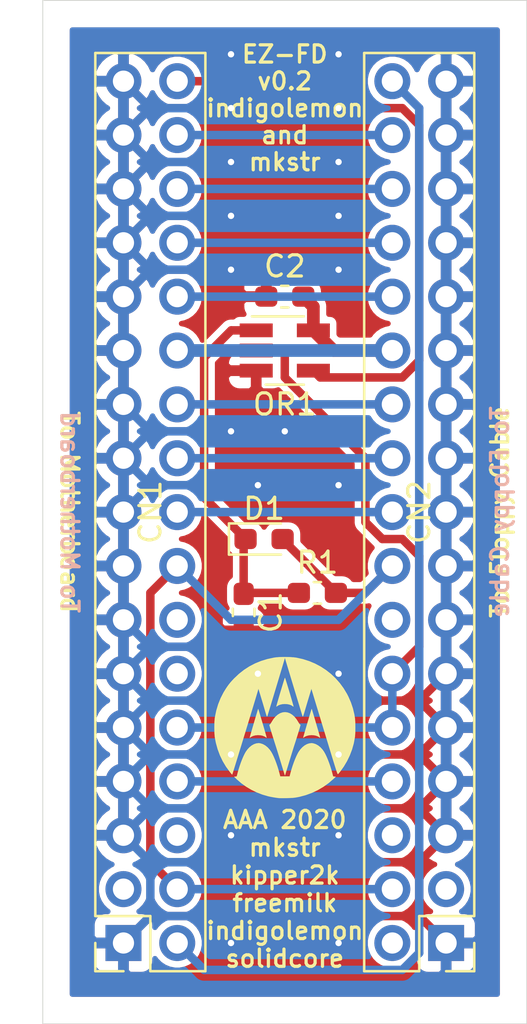
<source format=kicad_pcb>
(kicad_pcb (version 20211014) (generator pcbnew)
  (layers (0 "F.Cu" signal "Front") (31 "B.Cu" signal "Back") (34 "B.Paste" user) (35 "F.Paste" user) (36 "B.SilkS" user "B.Silkscreen") (37 "F.SilkS" user "F.Silkscreen") (38 "B.Mask" user) (39 "F.Mask" user) (44 "Edge.Cuts" user))
  (net 0 "")
  (net 1 "Net-(C1-Pad1)")
  (net 2 "GND")
  (net 3 "VCC")
  (net 4 "Net-(CN1-Pad34)")
  (net 5 "Net-(CN1-Pad32)")
  (net 6 "Net-(CN1-Pad30)")
  (net 7 "Net-(CN1-Pad28)")
  (net 8 "Net-(CN1-Pad26)")
  (net 9 "Net-(CN1-Pad22)")
  (net 10 "Net-(CN1-Pad20)")
  (net 11 "Net-(CN1-Pad18)")
  (net 12 "Net-(CN1-Pad16)")
  (net 13 "Net-(CN1-Pad14)")
  (net 14 "Net-(CN1-Pad12)")
  (net 15 "Net-(CN1-Pad10)")
  (net 16 "Net-(CN1-Pad8)")
  (net 17 "Net-(CN1-Pad6)")
  (net 18 "Net-(CN1-Pad2)")
  (net 19 "Net-(CN1-Pad3)")
  (net 20 "Net-(CN2-Pad3)")
  (net 21 "Net-(CN2-Pad2)")
  (net 22 "Net-(CN2-Pad6)")
  (net 23 "Net-(CN2-Pad14)")
  (footprint "Capacitor_SMD:C_0603_1608Metric_Pad1.05x0.95mm_HandSolder" (layer "F.Cu") (at 135.89 74.93)
    (fp_text reference "C2" (at 0 -1.43) (layer "F.SilkS"))
    (fp_text value "C100n")
    (fp_line (start -0.171267 -0.51) (end 0.171267 -0.51) (layer "F.SilkS") (width 0.12))
    (fp_line (start -0.171267 0.51) (end 0.171267 0.51) (layer "F.SilkS") (width 0.12))
    (pad "1" smd roundrect locked (at -0.875 0) (size 1.05 0.95) (layers "F.Cu" "F.Paste" "F.Mask") (net 2 "GND"))
    (pad "2" smd roundrect locked (at 0.875 0) (size 1.05 0.95) (layers "F.Cu" "F.Paste" "F.Mask") (net 3 "VCC"))
  )
  (footprint "Connector_PinHeader_2.54mm:PinHeader_2x17_P2.54mm_Vertical" (layer "F.Cu") (at 130.81 105.41 180)
    (fp_text reference "CN1" (at 1.27 20.32 90) (layer "F.SilkS"))
    (fp_text value "Amiga Floppy Port")
    (fp_line (start 3.87 1.27) (end 1.27 1.27) (layer "F.SilkS") (width 0.12))
    (fp_line (start 1.27 -1.33) (end -1.33 -1.33) (layer "F.SilkS") (width 0.12))
    (fp_line (start 1.27 1.27) (end 1.27 -1.33) (layer "F.SilkS") (width 0.12))
    (fp_line (start 3.87 -1.33) (end 2.54 -1.33) (layer "F.SilkS") (width 0.12))
    (fp_line (start 3.87 41.97) (end -1.33 41.97) (layer "F.SilkS") (width 0.12))
    (fp_line (start 3.87 0) (end 3.87 -1.33) (layer "F.SilkS") (width 0.12))
    (fp_line (start 3.87 1.27) (end 3.87 41.97) (layer "F.SilkS") (width 0.12))
    (fp_line (start -1.33 -1.33) (end -1.33 41.97) (layer "F.SilkS") (width 0.12))
    (pad "1" thru_hole rect locked (at 2.54 0 180) (size 1.7 1.7) (drill 1) (layers *.Cu *.Mask) (net 2 "GND"))
    (pad "2" thru_hole oval locked (at 0 0 180) (size 1.7 1.7) (drill 1) (layers *.Cu *.Mask) (net 18 "Net-(CN1-Pad2)"))
    (pad "3" thru_hole oval locked (at 2.54 2.54 180) (size 1.7 1.7) (drill 1) (layers *.Cu *.Mask) (net 19 "Net-(CN1-Pad3)"))
    (pad "4" thru_hole oval locked (at 0 2.54 180) (size 1.7 1.7) (drill 1) (layers *.Cu *.Mask) (net 12 "Net-(CN1-Pad16)"))
    (pad "5" thru_hole oval locked (at 2.54 5.08 180) (size 1.7 1.7) (drill 1) (layers *.Cu *.Mask) (net 2 "GND"))
    (pad "6" thru_hole oval locked (at 0 5.08 180) (size 1.7 1.7) (drill 1) (layers *.Cu *.Mask) (net 17 "Net-(CN1-Pad6)"))
    (pad "7" thru_hole oval locked (at 2.54 7.62 180) (size 1.7 1.7) (drill 1) (layers *.Cu *.Mask) (net 2 "GND"))
    (pad "8" thru_hole oval locked (at 0 7.62 180) (size 1.7 1.7) (drill 1) (layers *.Cu *.Mask) (net 16 "Net-(CN1-Pad8)"))
    (pad "9" thru_hole oval locked (at 2.54 10.16 180) (size 1.7 1.7) (drill 1) (layers *.Cu *.Mask) (net 2 "GND"))
    (pad "10" thru_hole oval locked (at 0 10.16 180) (size 1.7 1.7) (drill 1) (layers *.Cu *.Mask) (net 15 "Net-(CN1-Pad10)"))
    (pad "11" thru_hole oval locked (at 2.54 12.7 180) (size 1.7 1.7) (drill 1) (layers *.Cu *.Mask) (net 2 "GND"))
    (pad "12" thru_hole oval locked (at 0 12.7 180) (size 1.7 1.7) (drill 1) (layers *.Cu *.Mask) (net 14 "Net-(CN1-Pad12)"))
    (pad "13" thru_hole oval locked (at 2.54 15.24 180) (size 1.7 1.7) (drill 1) (layers *.Cu *.Mask) (net 2 "GND"))
    (pad "14" thru_hole oval locked (at 0 15.24 180) (size 1.7 1.7) (drill 1) (layers *.Cu *.Mask) (net 13 "Net-(CN1-Pad14)"))
    (pad "15" thru_hole oval locked (at 2.54 17.78 180) (size 1.7 1.7) (drill 1) (layers *.Cu *.Mask) (net 2 "GND"))
    (pad "16" thru_hole oval locked (at 0 17.78 180) (size 1.7 1.7) (drill 1) (layers *.Cu *.Mask) (net 12 "Net-(CN1-Pad16)"))
    (pad "17" thru_hole oval locked (at 2.54 20.32 180) (size 1.7 1.7) (drill 1) (layers *.Cu *.Mask) (net 2 "GND"))
    (pad "18" thru_hole oval locked (at 0 20.32 180) (size 1.7 1.7) (drill 1) (layers *.Cu *.Mask) (net 11 "Net-(CN1-Pad18)"))
    (pad "19" thru_hole oval locked (at 2.54 22.86 180) (size 1.7 1.7) (drill 1) (layers *.Cu *.Mask) (net 2 "GND"))
    (pad "20" thru_hole oval locked (at 0 22.86 180) (size 1.7 1.7) (drill 1) (layers *.Cu *.Mask) (net 10 "Net-(CN1-Pad20)"))
    (pad "21" thru_hole oval locked (at 2.54 25.4 180) (size 1.7 1.7) (drill 1) (layers *.Cu *.Mask) (net 2 "GND"))
    (pad "22" thru_hole oval locked (at 0 25.4 180) (size 1.7 1.7) (drill 1) (layers *.Cu *.Mask) (net 9 "Net-(CN1-Pad22)"))
    (pad "23" thru_hole oval locked (at 2.54 27.94 180) (size 1.7 1.7) (drill 1) (layers *.Cu *.Mask) (net 2 "GND"))
    (pad "24" thru_hole oval locked (at 0 27.94 180) (size 1.7 1.7) (drill 1) (layers *.Cu *.Mask) (net 3 "VCC"))
    (pad "25" thru_hole oval locked (at 2.54 30.48 180) (size 1.7 1.7) (drill 1) (layers *.Cu *.Mask) (net 2 "GND"))
    (pad "26" thru_hole oval locked (at 0 30.48 180) (size 1.7 1.7) (drill 1) (layers *.Cu *.Mask) (net 8 "Net-(CN1-Pad26)"))
    (pad "27" thru_hole oval locked (at 2.54 33.02 180) (size 1.7 1.7) (drill 1) (layers *.Cu *.Mask) (net 2 "GND"))
    (pad "28" thru_hole oval locked (at 0 33.02 180) (size 1.7 1.7) (drill 1) (layers *.Cu *.Mask) (net 7 "Net-(CN1-Pad28)"))
    (pad "29" thru_hole oval locked (at 2.54 35.56 180) (size 1.7 1.7) (drill 1) (layers *.Cu *.Mask) (net 2 "GND"))
    (pad "30" thru_hole oval locked (at 0 35.56 180) (size 1.7 1.7) (drill 1) (layers *.Cu *.Mask) (net 6 "Net-(CN1-Pad30)"))
    (pad "31" thru_hole oval locked (at 2.54 38.1 180) (size 1.7 1.7) (drill 1) (layers *.Cu *.Mask) (net 2 "GND"))
    (pad "32" thru_hole oval locked (at 0 38.1 180) (size 1.7 1.7) (drill 1) (layers *.Cu *.Mask) (net 5 "Net-(CN1-Pad32)"))
    (pad "33" thru_hole oval locked (at 2.54 40.64 180) (size 1.7 1.7) (drill 1) (layers *.Cu *.Mask) (net 2 "GND"))
    (pad "34" thru_hole oval locked (at 0 40.64 180) (size 1.7 1.7) (drill 1) (layers *.Cu *.Mask) (net 4 "Net-(CN1-Pad34)"))
  )
  (footprint "Connector_PinHeader_2.54mm:PinHeader_2x17_P2.54mm_Vertical" (layer "F.Cu") (at 143.51 105.41 180)
    (fp_text reference "CN2" (at 1.27 20.32 -90) (layer "F.SilkS"))
    (fp_text value "FDD Cable")
    (fp_line (start -1.33 0) (end -1.33 -1.33) (layer "F.SilkS") (width 0.12))
    (fp_line (start -1.33 1.27) (end -1.33 41.97) (layer "F.SilkS") (width 0.12))
    (fp_line (start 1.27 -1.33) (end 3.87 -1.33) (layer "F.SilkS") (width 0.12))
    (fp_line (start 3.87 -1.33) (end 3.87 41.97) (layer "F.SilkS") (width 0.12))
    (fp_line (start -1.33 41.97) (end 3.87 41.97) (layer "F.SilkS") (width 0.12))
    (fp_line (start -1.33 1.27) (end 1.27 1.27) (layer "F.SilkS") (width 0.12))
    (fp_line (start -1.33 -1.33) (end 0 -1.33) (layer "F.SilkS") (width 0.12))
    (fp_line (start 1.27 1.27) (end 1.27 -1.33) (layer "F.SilkS") (width 0.12))
    (pad "1" thru_hole rect locked (at 0 0 180) (size 1.7 1.7) (drill 1) (layers *.Cu *.Mask) (net 2 "GND"))
    (pad "2" thru_hole oval locked (at 2.54 0 180) (size 1.7 1.7) (drill 1) (layers *.Cu *.Mask) (net 21 "Net-(CN2-Pad2)"))
    (pad "3" thru_hole oval locked (at 0 2.54 180) (size 1.7 1.7) (drill 1) (layers *.Cu *.Mask) (net 20 "Net-(CN2-Pad3)"))
    (pad "4" thru_hole oval locked (at 2.54 2.54 180) (size 1.7 1.7) (drill 1) (layers *.Cu *.Mask) (net 12 "Net-(CN1-Pad16)"))
    (pad "5" thru_hole oval locked (at 0 5.08 180) (size 1.7 1.7) (drill 1) (layers *.Cu *.Mask) (net 2 "GND"))
    (pad "6" thru_hole oval locked (at 2.54 5.08 180) (size 1.7 1.7) (drill 1) (layers *.Cu *.Mask) (net 22 "Net-(CN2-Pad6)"))
    (pad "7" thru_hole oval locked (at 0 7.62 180) (size 1.7 1.7) (drill 1) (layers *.Cu *.Mask) (net 2 "GND"))
    (pad "8" thru_hole oval locked (at 2.54 7.62 180) (size 1.7 1.7) (drill 1) (layers *.Cu *.Mask) (net 16 "Net-(CN1-Pad8)"))
    (pad "9" thru_hole oval locked (at 0 10.16 180) (size 1.7 1.7) (drill 1) (layers *.Cu *.Mask) (net 2 "GND"))
    (pad "10" thru_hole oval locked (at 2.54 10.16 180) (size 1.7 1.7) (drill 1) (layers *.Cu *.Mask) (net 15 "Net-(CN1-Pad10)"))
    (pad "11" thru_hole oval locked (at 0 12.7 180) (size 1.7 1.7) (drill 1) (layers *.Cu *.Mask) (net 2 "GND"))
    (pad "12" thru_hole oval locked (at 2.54 12.7 180) (size 1.7 1.7) (drill 1) (layers *.Cu *.Mask) (net 15 "Net-(CN1-Pad10)"))
    (pad "13" thru_hole oval locked (at 0 15.24 180) (size 1.7 1.7) (drill 1) (layers *.Cu *.Mask) (net 2 "GND"))
    (pad "14" thru_hole oval locked (at 2.54 15.24 180) (size 1.7 1.7) (drill 1) (layers *.Cu *.Mask) (net 23 "Net-(CN2-Pad14)"))
    (pad "15" thru_hole oval locked (at 0 17.78 180) (size 1.7 1.7) (drill 1) (layers *.Cu *.Mask) (net 2 "GND"))
    (pad "16" thru_hole oval locked (at 2.54 17.78 180) (size 1.7 1.7) (drill 1) (layers *.Cu *.Mask) (net 12 "Net-(CN1-Pad16)"))
    (pad "17" thru_hole oval locked (at 0 20.32 180) (size 1.7 1.7) (drill 1) (layers *.Cu *.Mask) (net 2 "GND"))
    (pad "18" thru_hole oval locked (at 2.54 20.32 180) (size 1.7 1.7) (drill 1) (layers *.Cu *.Mask) (net 11 "Net-(CN1-Pad18)"))
    (pad "19" thru_hole oval locked (at 0 22.86 180) (size 1.7 1.7) (drill 1) (layers *.Cu *.Mask) (net 2 "GND"))
    (pad "20" thru_hole oval locked (at 2.54 22.86 180) (size 1.7 1.7) (drill 1) (layers *.Cu *.Mask) (net 10 "Net-(CN1-Pad20)"))
    (pad "21" thru_hole oval locked (at 0 25.4 180) (size 1.7 1.7) (drill 1) (layers *.Cu *.Mask) (net 2 "GND"))
    (pad "22" thru_hole oval locked (at 2.54 25.4 180) (size 1.7 1.7) (drill 1) (layers *.Cu *.Mask) (net 9 "Net-(CN1-Pad22)"))
    (pad "23" thru_hole oval locked (at 0 27.94 180) (size 1.7 1.7) (drill 1) (layers *.Cu *.Mask) (net 2 "GND"))
    (pad "24" thru_hole oval locked (at 2.54 27.94 180) (size 1.7 1.7) (drill 1) (layers *.Cu *.Mask) (net 3 "VCC"))
    (pad "25" thru_hole oval locked (at 0 30.48 180) (size 1.7 1.7) (drill 1) (layers *.Cu *.Mask) (net 2 "GND"))
    (pad "26" thru_hole oval locked (at 2.54 30.48 180) (size 1.7 1.7) (drill 1) (layers *.Cu *.Mask) (net 8 "Net-(CN1-Pad26)"))
    (pad "27" thru_hole oval locked (at 0 33.02 180) (size 1.7 1.7) (drill 1) (layers *.Cu *.Mask) (net 2 "GND"))
    (pad "28" thru_hole oval locked (at 2.54 33.02 180) (size 1.7 1.7) (drill 1) (layers *.Cu *.Mask) (net 7 "Net-(CN1-Pad28)"))
    (pad "29" thru_hole oval locked (at 0 35.56 180) (size 1.7 1.7) (drill 1) (layers *.Cu *.Mask) (net 2 "GND"))
    (pad "30" thru_hole oval locked (at 2.54 35.56 180) (size 1.7 1.7) (drill 1) (layers *.Cu *.Mask) (net 6 "Net-(CN1-Pad30)"))
    (pad "31" thru_hole oval locked (at 0 38.1 180) (size 1.7 1.7) (drill 1) (layers *.Cu *.Mask) (net 2 "GND"))
    (pad "32" thru_hole oval locked (at 2.54 38.1 180) (size 1.7 1.7) (drill 1) (layers *.Cu *.Mask) (net 5 "Net-(CN1-Pad32)"))
    (pad "33" thru_hole oval locked (at 0 40.64 180) (size 1.7 1.7) (drill 1) (layers *.Cu *.Mask) (net 2 "GND"))
    (pad "34" thru_hole oval locked (at 2.54 40.64 180) (size 1.7 1.7) (drill 1) (layers *.Cu *.Mask) (net 18 "Net-(CN1-Pad2)"))
  )
  (footprint "Diode_SMD:D_0603_1608Metric_Pad1.05x0.95mm_HandSolder" (layer "F.Cu") (at 134.9125 86.36)
    (fp_text reference "D1" (at 0 -1.43) (layer "F.SilkS"))
    (fp_text value "1N4148")
    (fp_line (start -1.66 -0.735) (end -1.66 0.735) (layer "F.SilkS") (width 0.12))
    (fp_line (start -1.66 0.735) (end 0.8 0.735) (layer "F.SilkS") (width 0.12))
    (fp_line (start 0.8 -0.735) (end -1.66 -0.735) (layer "F.SilkS") (width 0.12))
    (pad "1" smd roundrect locked (at -0.875 0) (size 1.05 0.95) (layers "F.Cu" "F.Paste" "F.Mask") (net 1 "Net-(C1-Pad1)"))
    (pad "2" smd roundrect locked (at 0.875 0) (size 1.05 0.95) (layers "F.Cu" "F.Paste" "F.Mask") (net 12 "Net-(CN1-Pad16)"))
  )
  (footprint "Package_TO_SOT_SMD:SOT-23-5_HandSoldering" (layer "F.Cu") (at 135.89 77.47)
    (fp_text reference "OR1" (at 0 2.54) (layer "F.SilkS"))
    (fp_text value "74LVC1G32")
    (fp_line (start -0.9 1.61) (end 0.9 1.61) (layer "F.SilkS") (width 0.12))
    (fp_line (start 0.9 -1.61) (end -1.55 -1.61) (layer "F.SilkS") (width 0.12))
    (pad "1" smd rect locked (at -1.35 -0.95) (size 1.56 0.65) (layers "F.Cu" "F.Paste" "F.Mask") (net 1 "Net-(C1-Pad1)"))
    (pad "2" smd rect locked (at -1.35 0) (size 1.56 0.65) (layers "F.Cu" "F.Paste" "F.Mask") (net 15 "Net-(CN1-Pad10)"))
    (pad "3" smd rect locked (at -1.35 0.95) (size 1.56 0.65) (layers "F.Cu" "F.Paste" "F.Mask") (net 2 "GND"))
    (pad "4" smd rect locked (at 1.35 0.95) (size 1.56 0.65) (layers "F.Cu" "F.Paste" "F.Mask") (net 4 "Net-(CN1-Pad34)"))
    (pad "5" smd rect locked (at 1.35 -0.95) (size 1.56 0.65) (layers "F.Cu" "F.Paste" "F.Mask") (net 3 "VCC"))
  )
  (footprint "Resistor_SMD:R_0603_1608Metric_Pad1.05x0.95mm_HandSolder" (layer "F.Cu") (at 137.43 88.9)
    (fp_text reference "R1" (at 0 -1.43) (layer "F.SilkS"))
    (fp_text value "R115K")
    (fp_line (start -0.171267 -0.51) (end 0.171267 -0.51) (layer "F.SilkS") (width 0.12))
    (fp_line (start -0.171267 0.51) (end 0.171267 0.51) (layer "F.SilkS") (width 0.12))
    (pad "1" smd roundrect locked (at -0.875 0) (size 1.05 0.95) (layers "F.Cu" "F.Paste" "F.Mask") (net 1 "Net-(C1-Pad1)"))
    (pad "2" smd roundrect locked (at 0.875 0) (size 1.05 0.95) (layers "F.Cu" "F.Paste" "F.Mask") (net 12 "Net-(CN1-Pad16)"))
  )
  (footprint "aaa_logo:aaa_logo_small" (layer "F.Cu") (at 135.89 95.25)
    (fp_text reference "G***" hide)
    (fp_text value "LOGO" hide)
    (fp_poly (pts (xy 1.27485 -0.861632) (xy 1.286631 -0.824654) (xy 1.304413 -0.76688) (xy 1.327266 -0.691464) (xy 1.354259 -0.601561) (xy 1.384462 -0.500326) (xy 1.416945 -0.390912) (xy 1.450779 -0.276475) (xy 1.485032 -0.160169) (xy 1.518776 -0.045148) (xy 1.551079 0.065432) (xy 1.581012 0.168418) (xy 1.607645 0.260655) (xy 1.630047 0.338987) (xy 1.647288 0.400262) (xy 1.658439 0.441324) (xy 1.661028 0.451555) (xy 1.665514 0.47582) (xy 1.657747 0.476072) (xy 1.642632 0.46384) (xy 1.611775 0.441922) (xy 1.571673 0.418543) (xy 1.566333 0.415781) (xy 1.469034 0.378705) (xy 1.360587 0.358129) (xy 1.24735 0.353596) (xy 1.13568 0.36465) (xy 1.031934 0.390833) (xy 0.942469 0.431689) (xy 0.897368 0.46384) (xy 0.87828 0.478354) (xy 0.87478 0.471082) (xy 0.878972 0.451555) (xy 0.887367 0.41966) (xy 0.902232 0.366262) (xy 0.922638 0.294518) (xy 0.947654 0.207581) (xy 0.976351 0.108606) (xy 1.007799 0.000747) (xy 1.041066 -0.11284) (xy 1.075224 -0.229002) (xy 1.109341 -0.344584) (xy 1.142489 -0.456432) (xy 1.173736 -0.56139) (xy 1.202153 -0.656304) (xy 1.226809 -0.73802) (xy 1.246775 -0.803383) (xy 1.26112 -0.849238) (xy 1.268915 -0.872432) (xy 1.27 -0.874659) (xy 1.27485 -0.861632)) (layer "F.SilkS") (width 0.01) (fill solid))
    (fp_poly (pts (xy 0.168471 -3.322568) (xy 0.308372 -3.316127) (xy 0.435317 -3.305989) (xy 0.54249 -3.292205) (xy 0.557389 -3.289657) (xy 0.860358 -3.221803) (xy 1.152116 -3.128756) (xy 1.43142 -3.011448) (xy 1.697026 -2.870808) (xy 1.94769 -2.707769) (xy 2.182169 -2.523261) (xy 2.39922 -2.318215) (xy 2.597597 -2.093562) (xy 2.776059 -1.850231) (xy 2.933362 -1.589156) (xy 2.998862 -1.462156) (xy 3.121412 -1.182514) (xy 3.21632 -0.900281) (xy 3.284156 -0.613615) (xy 3.308803 -0.46304) (xy 3.31817 -0.373513) (xy 3.324894 -0.262836) (xy 3.328975 -0.137958) (xy 3.330412 -0.005828) (xy 3.329206 0.126606) (xy 3.325356 0.252394) (xy 3.318863 0.364588) (xy 3.309727 0.45624) (xy 3.308803 0.46304) (xy 3.254799 0.75053) (xy 3.174022 1.03521) (xy 3.067916 1.31369) (xy 2.937923 1.58258) (xy 2.785487 1.838491) (xy 2.631664 2.053166) (xy 2.59136 2.103798) (xy 2.554719 2.148042) (xy 2.526924 2.179724) (xy 2.516673 2.190114) (xy 2.512817 2.192823) (xy 2.508695 2.193192) (xy 2.503896 2.189945) (xy 2.498009 2.181808) (xy 2.490623 2.167508) (xy 2.481328 2.145769) (xy 2.469712 2.115317) (xy 2.455364 2.074878) (xy 2.437874 2.023178) (xy 2.416831 1.958941) (xy 2.391823 1.880894) (xy 2.362439 1.787762) (xy 2.32827 1.678271) (xy 2.288903 1.551146) (xy 2.243927 1.405114) (xy 2.192933 1.238899) (xy 2.135509 1.051227) (xy 2.071243 0.840824) (xy 1.999726 0.606416) (xy 1.920546 0.346727) (xy 1.89101 0.249836) (xy 1.821158 0.020617) (xy 1.753398 -0.201877) (xy 1.688203 -0.416081) (xy 1.626047 -0.620433) (xy 1.567404 -0.81337) (xy 1.512748 -0.993329) (xy 1.462553 -1.158748) (xy 1.417294 -1.308062) (xy 1.377443 -1.439709) (xy 1.343477 -1.552126) (xy 1.315867 -1.64375) (xy 1.295089 -1.713018) (xy 1.281617 -1.758367) (xy 1.275983 -1.778) (xy 1.259741 -1.8415) (xy 1.209326 -1.679222) (xy 1.181891 -1.590141) (xy 1.14831 -1.479859) (xy 1.110348 -1.354267) (xy 1.069775 -1.219255) (xy 1.028356 -1.080714) (xy 0.98786 -0.944531) (xy 0.950053 -0.816599) (xy 0.929876 -0.747889) (xy 0.903389 -0.658975) (xy 0.883038 -0.594825) (xy 0.867759 -0.552916) (xy 0.856484 -0.530727) (xy 0.84815 -0.525732) (xy 0.841691 -0.535409) (xy 0.841007 -0.537391) (xy 0.834469 -0.558303) (xy 0.820566 -0.603581) (xy 0.799969 -0.671011) (xy 0.773349 -0.758376) (xy 0.741378 -0.86346) (xy 0.704726 -0.984047) (xy 0.664066 -1.117923) (xy 0.620068 -1.262871) (xy 0.573404 -1.416675) (xy 0.524746 -1.57712) (xy 0.474764 -1.741991) (xy 0.42413 -1.90907) (xy 0.373515 -2.076144) (xy 0.323591 -2.240995) (xy 0.275029 -2.401409) (xy 0.2285 -2.555169) (xy 0.184676 -2.70006) (xy 0.144227 -2.833866) (xy 0.107827 -2.954372) (xy 0.076144 -3.059361) (xy 0.049852 -3.146618) (xy 0.029621 -3.213928) (xy 0.016123 -3.259074) (xy 0.010029 -3.279841) (xy 0.009767 -3.280834) (xy 0.00458 -3.300153) (xy 0.002326 -3.292311) (xy 0.001637 -3.282149) (xy -0.002501 -3.266574) (xy -0.014174 -3.226203) (xy -0.032715 -3.163243) (xy -0.057458 -3.079901) (xy -0.087736 -2.978385) (xy -0.122884 -2.860903) (xy -0.162234 -2.729662) (xy -0.205121 -2.58687) (xy -0.250877 -2.434735) (xy -0.298837 -2.275464) (xy -0.348335 -2.111264) (xy -0.398703 -1.944344) (xy -0.449276 -1.776911) (xy -0.499386 -1.611173) (xy -0.548368 -1.449336) (xy -0.595556 -1.29361) (xy -0.640282 -1.146201) (xy -0.681881 -1.009317) (xy -0.719686 -0.885165) (xy -0.753031 -0.775954) (xy -0.781248 -0.683891) (xy -0.803673 -0.611183) (xy -0.819638 -0.560038) (xy -0.826896 -0.537391) (xy -0.833205 -0.526156) (xy -0.841264 -0.529298) (xy -0.852137 -0.549338) (xy -0.866892 -0.5888) (xy -0.886591 -0.650207) (xy -0.912302 -0.736083) (xy -0.915765 -0.747889) (xy -0.951177 -0.868259) (xy -0.990313 -1.000326) (xy -1.031406 -1.138201) (xy -1.072689 -1.275994) (xy -1.112394 -1.407815) (xy -1.148754 -1.527775) (xy -1.180002 -1.629982) (xy -1.195216 -1.679222) (xy -1.245631 -1.8415) (xy -1.261873 -1.778) (xy -1.269758 -1.749771) (xy -1.285083 -1.697417) (xy -1.307294 -1.622752) (xy -1.335834 -1.527586) (xy -1.37015 -1.413732) (xy -1.409686 -1.283002) (xy -1.453889 -1.137206) (xy -1.502203 -0.978157) (xy -1.554074 -0.807667) (xy -1.608947 -0.627546) (xy -1.666267 -0.439608) (xy -1.72548 -0.245663) (xy -1.786031 -0.047524) (xy -1.847365 0.152998) (xy -1.908928 0.354092) (xy -1.970164 0.553944) (xy -2.03052 0.750745) (xy -2.08944 0.942681) (xy -2.14637 1.127942) (xy -2.200755 1.304715) (xy -2.252041 1.471189) (xy -2.299672 1.625552) (xy -2.343094 1.765993) (xy -2.381753 1.890699) (xy -2.415093 1.997859) (xy -2.44256 2.085661) (xy -2.463599 2.152293) (xy -2.477655 2.195944) (xy -2.484175 2.214803) (xy -2.484542 2.215444) (xy -2.49625 2.205116) (xy -2.521587 2.17709) (xy -2.55667 2.135801) (xy -2.592561 2.091972) (xy -2.77211 1.846916) (xy -2.928056 1.586624) (xy -3.060098 1.311784) (xy -3.167932 1.023082) (xy -3.251258 0.721206) (xy -3.297444 0.486833) (xy -3.309049 0.393761) (xy -3.317435 0.279478) (xy -3.322604 0.150815) (xy -3.324554 0.0146) (xy -3.323286 -0.122339) (xy -3.3188 -0.253174) (xy -3.311095 -0.371075) (xy -3.300173 -0.469214) (xy -3.297444 -0.486834) (xy -3.232584 -0.799332) (xy -3.143328 -1.097666) (xy -3.029682 -1.381818) (xy -2.891652 -1.651768) (xy -2.783752 -1.827389) (xy -2.709249 -1.937441) (xy -2.639873 -2.032458) (xy -2.569104 -2.120512) (xy -2.490418 -2.209673) (xy -2.397296 -2.308014) (xy -2.386325 -2.319294) (xy -2.160668 -2.531581) (xy -1.921411 -2.719262) (xy -1.668294 -2.882472) (xy -1.401055 -3.021344) (xy -1.119437 -3.136013) (xy -0.823179 -3.226611) (xy -0.51202 -3.293273) (xy -0.486834 -3.297517) (xy -0.384384 -3.310332) (xy -0.260813 -3.319193) (xy -0.122937 -3.324152) (xy 0.02243 -3.32526) (xy 0.168471 -3.322568)) (layer "F.SilkS") (width 0.01) (fill solid))
    (fp_poly (pts (xy -1.251039 -0.861632) (xy -1.239257 -0.824654) (xy -1.221476 -0.76688) (xy -1.198623 -0.691464) (xy -1.17163 -0.601561) (xy -1.141427 -0.500326) (xy -1.108944 -0.390912) (xy -1.07511 -0.276475) (xy -1.040857 -0.160169) (xy -1.007113 -0.045148) (xy -0.97481 0.065432) (xy -0.944877 0.168418) (xy -0.918244 0.260655) (xy -0.895842 0.338987) (xy -0.878601 0.400262) (xy -0.86745 0.441324) (xy -0.864861 0.451555) (xy -0.860374 0.47582) (xy -0.868142 0.476072) (xy -0.883257 0.46384) (xy -0.914114 0.441922) (xy -0.954216 0.418543) (xy -0.959556 0.415781) (xy -1.056855 0.378705) (xy -1.165302 0.358129) (xy -1.278539 0.353596) (xy -1.390209 0.36465) (xy -1.493955 0.390833) (xy -1.58342 0.431689) (xy -1.628521 0.46384) (xy -1.647608 0.478354) (xy -1.651108 0.471082) (xy -1.646917 0.451555) (xy -1.638522 0.41966) (xy -1.623657 0.366262) (xy -1.603251 0.294518) (xy -1.578234 0.207581) (xy -1.549537 0.108606) (xy -1.51809 0.000747) (xy -1.484823 -0.11284) (xy -1.450665 -0.229002) (xy -1.416548 -0.344584) (xy -1.3834 -0.456432) (xy -1.352153 -0.56139) (xy -1.323736 -0.656304) (xy -1.29908 -0.73802) (xy -1.279114 -0.803383) (xy -1.264769 -0.849238) (xy -1.256974 -0.872432) (xy -1.255889 -0.874659) (xy -1.251039 -0.861632)) (layer "F.SilkS") (width 0.01) (fill solid))
    (fp_poly (pts (xy 0.128186 -0.70933) (xy 0.241443 -0.667976) (xy 0.351456 -0.600009) (xy 0.456644 -0.505428) (xy 0.555429 -0.384235) (xy 0.636876 -0.253636) (xy 0.665886 -0.204175) (xy 0.691645 -0.165837) (xy 0.710206 -0.144266) (xy 0.715306 -0.141525) (xy 0.736991 -0.132182) (xy 0.739737 -0.128774) (xy 0.737515 -0.112641) (xy 0.727487 -0.072662) (xy 0.710564 -0.011834) (xy 0.687656 0.066847) (xy 0.659674 0.160384) (xy 0.62753 0.26578) (xy 0.592132 0.380038) (xy 0.554394 0.500163) (xy 0.515224 0.623157) (xy 0.475535 0.746025) (xy 0.451848 0.818444) (xy 0.435478 0.869262) (xy 0.412082 0.943349) (xy 0.382819 1.036963) (xy 0.34885 1.146363) (xy 0.311334 1.267808) (xy 0.271429 1.397558) (xy 0.230297 1.531871) (xy 0.202559 1.622778) (xy 0.163681 1.750242) (xy 0.127318 1.869177) (xy 0.094292 1.976914) (xy 0.065426 2.070782) (xy 0.041541 2.148111) (xy 0.023461 2.206231) (xy 0.012009 2.242473) (xy 0.008033 2.254195) (xy 0.003373 2.241955) (xy -0.008546 2.20557) (xy -0.026828 2.147916) (xy -0.050576 2.071866) (xy -0.078894 1.980293) (xy -0.110885 1.876073) (xy -0.145654 1.76208) (xy -0.154769 1.732084) (xy -0.194411 1.601907) (xy -0.23523 1.468566) (xy -0.275627 1.337234) (xy -0.314003 1.213083) (xy -0.348761 1.101286) (xy -0.378303 1.007015) (xy -0.397825 0.945444) (xy -0.469694 0.720048) (xy -0.532721 0.521041) (xy -0.586891 0.348472) (xy -0.632191 0.202388) (xy -0.668605 0.082836) (xy -0.696118 -0.010136) (xy -0.714718 -0.076479) (xy -0.724387 -0.116147) (xy -0.725593 -0.128827) (xy -0.706114 -0.140935) (xy -0.701195 -0.141525) (xy -0.68736 -0.153307) (xy -0.664479 -0.184499) (xy -0.6365 -0.229455) (xy -0.622766 -0.253636) (xy -0.531028 -0.398575) (xy -0.431478 -0.5169) (xy -0.325693 -0.608613) (xy -0.215255 -0.673712) (xy -0.101743 -0.712198) (xy 0.013264 -0.724071) (xy 0.128186 -0.70933)) (layer "F.SilkS") (width 0.01) (fill solid))
    (fp_poly (pts (xy 0.01287 -2.329186) (xy 0.025624 -2.292193) (xy 0.044375 -2.234367) (xy 0.068183 -2.158843) (xy 0.096106 -2.068756) (xy 0.127205 -1.967238) (xy 0.160539 -1.857425) (xy 0.195167 -1.74245) (xy 0.230147 -1.625448) (xy 0.26454 -1.509551) (xy 0.297405 -1.397896) (xy 0.3278 -1.293614) (xy 0.354786 -1.199842) (xy 0.377421 -1.119712) (xy 0.394765 -1.056358) (xy 0.405139 -1.016) (xy 0.409626 -0.991736) (xy 0.401858 -0.991483) (xy 0.386743 -1.003715) (xy 0.310325 -1.052552) (xy 0.215356 -1.087637) (xy 0.108175 -1.108524) (xy -0.004881 -1.114766) (xy -0.117473 -1.105919) (xy -0.223264 -1.081536) (xy -0.296334 -1.051775) (xy -0.336424 -1.029004) (xy -0.369531 -1.006271) (xy -0.372632 -1.003715) (xy -0.39172 -0.989201) (xy -0.39522 -0.996473) (xy -0.391028 -1.016) (xy -0.379303 -1.061407) (xy -0.361433 -1.126437) (xy -0.338358 -1.207954) (xy -0.311019 -1.302825) (xy -0.280357 -1.407917) (xy -0.247312 -1.520094) (xy -0.212826 -1.636223) (xy -0.177838 -1.75317) (xy -0.143291 -1.8678) (xy -0.110123 -1.976981) (xy -0.079277 -2.077577) (xy -0.051693 -2.166454) (xy -0.028312 -2.240479) (xy -0.010074 -2.296518) (xy 0.00208 -2.331436) (xy 0.007055 -2.342214) (xy 0.01287 -2.329186)) (layer "F.SilkS") (width 0.01) (fill solid))
    (fp_poly (pts (xy 1.337028 0.745978) (xy 1.458649 0.784143) (xy 1.575676 0.848509) (xy 1.685604 0.93713) (xy 1.785929 1.048062) (xy 1.855884 1.148795) (xy 1.913175 1.251424) (xy 1.973176 1.377027) (xy 2.034013 1.52073) (xy 2.093814 1.677658) (xy 2.150706 1.842938) (xy 2.202815 2.011695) (xy 2.241359 2.151944) (xy 2.281449 2.307166) (xy 2.342255 2.314222) (xy 2.403062 2.321278) (xy 2.301661 2.416784) (xy 2.069471 2.616248) (xy 1.820554 2.793588) (xy 1.556899 2.947809) (xy 1.280492 3.077913) (xy 0.993317 3.182906) (xy 0.697363 3.261789) (xy 0.564444 3.288047) (xy 0.492127 3.299669) (xy 0.420405 3.30844) (xy 0.343013 3.314808) (xy 0.253688 3.319219) (xy 0.146163 3.322123) (xy 0.070555 3.323323) (xy -0.024395 3.324267) (xy -0.112546 3.324604) (xy -0.189048 3.324358) (xy -0.249049 3.323555) (xy -0.287699 3.322218) (xy -0.296334 3.32151) (xy -0.428926 3.303613) (xy -0.563692 3.281869) (xy -0.690172 3.258086) (xy -0.788507 3.236378) (xy -1.057737 3.158169) (xy -1.322155 3.055982) (xy -1.577828 2.931961) (xy -1.820822 2.788249) (xy -2.047205 2.626992) (xy -2.253043 2.450334) (xy -2.283003 2.421568) (xy -2.385839 2.321278) (xy -2.326588 2.314222) (xy -2.267338 2.307166) (xy -2.227248 2.151944) (xy -2.180576 1.984021) (xy -2.127555 1.815499) (xy -2.070059 1.651254) (xy -2.00996 1.496158) (xy -1.949131 1.355086) (xy -1.889446 1.232912) (xy -1.841773 1.148795) (xy -1.756498 1.029022) (xy -1.661204 0.927627) (xy -1.558637 0.846235) (xy -1.451547 0.78647) (xy -1.342678 0.749957) (xy -1.23478 0.738321) (xy -1.160639 0.745978) (xy -1.039018 0.784143) (xy -0.92199 0.848509) (xy -0.812062 0.93713) (xy -0.711738 1.048062) (xy -0.641783 1.148795) (xy -0.584448 1.251504) (xy -0.524406 1.377211) (xy -0.46352 1.521062) (xy -0.403657 1.678205) (xy -0.34668 1.843789) (xy -0.294456 2.01296) (xy -0.25623 2.151944) (xy -0.216061 2.307166) (xy 0.230172 2.307166) (xy 0.27034 2.151944) (xy 0.317234 1.983468) (xy 0.370419 1.814573) (xy 0.428032 1.650109) (xy 0.488207 1.494931) (xy 0.54908 1.353889) (xy 0.608786 1.231837) (xy 0.655893 1.148795) (xy 0.741169 1.029022) (xy 0.836463 0.927627) (xy 0.939029 0.846235) (xy 1.04612 0.78647) (xy 1.154988 0.749957) (xy 1.262887 0.738321) (xy 1.337028 0.745978)) (layer "F.SilkS") (width 0.01) (fill solid))
  )
  (footprint "Capacitor_SMD:C_0603_1608Metric_Pad1.05x0.95mm_HandSolder" (layer "F.Cu") (at 133.9475 89.82 -90)
    (fp_text reference "C1" (at 0 -1.2725 90) (layer "F.SilkS"))
    (fp_text value "CP4.7u")
    (fp_line (start -0.171267 0.51) (end 0.171267 0.51) (layer "F.SilkS") (width 0.12))
    (fp_line (start -0.171267 -0.51) (end 0.171267 -0.51) (layer "F.SilkS") (width 0.12))
    (pad "1" smd roundrect locked (at -0.875 0 270) (size 1.05 0.95) (layers "F.Cu" "F.Paste" "F.Mask") (net 1 "Net-(C1-Pad1)"))
    (pad "2" smd roundrect locked (at 0.875 0 270) (size 1.05 0.95) (layers "F.Cu" "F.Paste" "F.Mask") (net 2 "GND"))
  )
  (gr_line (start 124.46 109.22) (end 124.46 60.96) (layer "Edge.Cuts") (width 0.0381))
  (gr_line (start 147.32 109.22) (end 124.46 109.22) (layer "Edge.Cuts") (width 0.0381))
  (gr_line (start 147.32 60.96) (end 147.32 109.22) (layer "Edge.Cuts") (width 0.0381))
  (gr_line (start 124.46 60.96) (end 147.32 60.96) (layer "Edge.Cuts") (width 0.0381))
  (gr_text "To Floppy Cable" (at 146.05 85.09 90) (layer "B.SilkS") (effects (font (size 0.8128 0.8128) (thickness 0.1524)) (justify mirror)))
  (gr_text "To Motherboard" (at 125.73 85.09 -90) (layer "B.SilkS") (effects (font (size 0.8128 0.8128) (thickness 0.1524)) (justify mirror)))
  (gr_text "mkstr" (at 135.89 68.58) (layer "F.SilkS") (effects (font (size 0.8128 0.8128) (thickness 0.1524))))
  (gr_text "and" (at 135.89 67.31) (layer "F.SilkS") (effects (font (size 0.8128 0.8128) (thickness 0.1524))))
  (gr_text "v0.2" (at 135.89 64.77) (layer "F.SilkS") (effects (font (size 0.8128 0.8128) (thickness 0.1524))))
  (gr_text "To Motherboard" (at 125.73 85.09 -90) (layer "F.SilkS") (effects (font (size 0.8128 0.8128) (thickness 0.1524))))
  (gr_text "To Floppy Cable" (at 146.05 85.09 90) (layer "F.SilkS") (effects (font (size 0.8128 0.8128) (thickness 0.1524))))
  (gr_text "EZ-FD" (at 135.89 63.5) (layer "F.SilkS") (effects (font (size 0.8128 0.8128) (thickness 0.1524))))
  (gr_text "AAA 2020\nmkstr\nkipper2k\nfreemilk\nindigolemon\nsolidcore" (at 135.89 102.87) (layer "F.SilkS") (effects (font (size 0.8128 0.8128) (thickness 0.1524))))
  (gr_text "indigolemon" (at 135.89 66.04) (layer "F.SilkS") (effects (font (size 0.8128 0.8128) (thickness 0.1524))))
  (segment (start 136.555 88.9) (end 133.9925 88.9) (width 0.4) (layer "F.Cu") (net 1))
  (segment (start 132.08 77.8) (end 133.36 76.52) (width 0.4) (layer "F.Cu") (net 1))
  (segment (start 133.36 76.52) (end 134.54 76.52) (width 0.4) (layer "F.Cu") (net 1))
  (segment (start 132.08 84.4025) (end 132.08 77.8) (width 0.4) (layer "F.Cu") (net 1))
  (segment (start 133.9475 88.945) (end 133.9475 86.45) (width 0.4) (layer "F.Cu") (net 1))
  (segment (start 133.9475 86.45) (end 134.0375 86.36) (width 0.6) (layer "F.Cu") (net 1))
  (segment (start 133.9925 88.9) (end 133.9475 88.945) (width 0.6) (layer "F.Cu") (net 1))
  (segment (start 134.0375 86.36) (end 132.08 84.4025) (width 0.4) (layer "F.Cu") (net 1))
  (segment (start 129.54 104.14) (end 128.27 105.41) (width 0.4) (layer "F.Cu") (net 2))
  (segment (start 138.43 96.52) (end 142.24 96.52) (width 0.4) (layer "F.Cu") (net 2))
  (segment (start 128.27 72.39) (end 129.54 71.12) (width 0.4) (layer "F.Cu") (net 2))
  (segment (start 129.54 66.04) (end 128.27 64.77) (width 0.4) (layer "F.Cu") (net 2))
  (segment (start 129.54 73.66) (end 128.27 72.39) (width 0.4) (layer "F.Cu") (net 2))
  (segment (start 128.27 67.31) (end 129.54 66.04) (width 0.4) (layer "F.Cu") (net 2))
  (segment (start 142.24 99.06) (end 143.51 100.33) (width 0.4) (layer "F.Cu") (net 2))
  (segment (start 139.7 104.14) (end 142.24 104.14) (width 0.4) (layer "F.Cu") (net 2))
  (segment (start 133.35 66.04) (end 129.54 66.04) (width 0.4) (layer "F.Cu") (net 2))
  (segment (start 133.35 105.41) (end 132.08 104.14) (width 0.4) (layer "F.Cu") (net 2))
  (segment (start 129.54 73.66) (end 128.27 74.93) (width 0.4) (layer "F.Cu") (net 2))
  (segment (start 142.24 101.6) (end 143.51 100.33) (width 0.4) (layer "F.Cu") (net 2))
  (segment (start 138.43 97.79) (end 139.7 99.06) (width 0.4) (layer "F.Cu") (net 2))
  (segment (start 139.7 93.98) (end 142.24 93.98) (width 0.4) (layer "F.Cu") (net 2))
  (segment (start 138.43 100.33) (end 139.7 101.6) (width 0.4) (layer "F.Cu") (net 2))
  (segment (start 139.7 101.6) (end 142.24 101.6) (width 0.4) (layer "F.Cu") (net 2))
  (segment (start 133.35 68.58) (end 129.54 68.58) (width 0.4) (layer "F.Cu") (net 2))
  (segment (start 132.08 104.14) (end 129.54 104.14) (width 0.4) (layer "F.Cu") (net 2))
  (segment (start 142.24 96.52) (end 143.51 97.79) (width 0.4) (layer "F.Cu") (net 2))
  (segment (start 133.35 71.12) (end 129.54 71.12) (width 0.4) (layer "F.Cu") (net 2))
  (segment (start 139.7 99.06) (end 142.24 99.06) (width 0.4) (layer "F.Cu") (net 2))
  (segment (start 133.35 73.66) (end 129.54 73.66) (width 0.4) (layer "F.Cu") (net 2))
  (segment (start 142.24 99.06) (end 143.51 97.79) (width 0.4) (layer "F.Cu") (net 2))
  (segment (start 138.43 92.71) (end 139.7 93.98) (width 0.4) (layer "F.Cu") (net 2))
  (segment (start 138.43 96.52) (end 138.43 97.79) (width 0.4) (layer "F.Cu") (net 2))
  (segment (start 138.43 105.41) (end 139.7 104.14) (width 0.4) (layer "F.Cu") (net 2))
  (segment (start 142.24 96.52) (end 143.51 95.25) (width 0.4) (layer "F.Cu") (net 2))
  (segment (start 142.24 93.98) (end 143.51 92.71) (width 0.4) (layer "F.Cu") (net 2))
  (segment (start 128.27 69.85) (end 129.54 71.12) (width 0.4) (layer "F.Cu") (net 2))
  (segment (start 128.27 69.85) (end 129.54 68.58) (width 0.4) (layer "F.Cu") (net 2))
  (segment (start 142.24 104.14) (end 142.24 101.6) (width 0.4) (layer "F.Cu") (net 2))
  (segment (start 129.54 68.58) (end 128.27 67.31) (width 0.4) (layer "F.Cu") (net 2))
  (segment (start 142.24 104.14) (end 143.51 105.41) (width 0.4) (layer "F.Cu") (net 2))
  (segment (start 142.24 93.98) (end 143.51 95.25) (width 0.4) (layer "F.Cu") (net 2))
  (via (at 133.35 68.58) (size 0.6) (drill 0.3) (layers "F.Cu" "B.Cu") (net 2))
  (via (at 133.35 71.12) (size 0.6) (drill 0.3) (layers "F.Cu" "B.Cu") (net 2))
  (via (at 138.43 63.5) (size 0.6) (drill 0.3) (layers "F.Cu" "B.Cu") (net 2))
  (via (at 138.43 66.04) (size 0.6) (drill 0.3) (layers "F.Cu" "B.Cu") (net 2))
  (via (at 138.43 105.41) (size 0.6) (drill 0.3) (layers "F.Cu" "B.Cu") (net 2))
  (via (at 134.62 92.71) (size 0.6) (drill 0.3) (layers "F.Cu" "B.Cu") (net 2))
  (via (at 133.35 105.41) (size 0.6) (drill 0.3) (layers "F.Cu" "B.Cu") (net 2))
  (via (at 133.35 100.33) (size 0.6) (drill 0.3) (layers "F.Cu" "B.Cu") (net 2))
  (via (at 133.35 66.04) (size 0.6) (drill 0.3) (layers "F.Cu" "B.Cu") (net 2))
  (via (at 133.35 96.52) (size 0.6) (drill 0.3) (layers "F.Cu" "B.Cu") (net 2))
  (via (at 138.43 68.58) (size 0.6) (drill 0.3) (layers "F.Cu" "B.Cu") (net 2))
  (via (at 138.43 100.33) (size 0.6) (drill 0.3) (layers "F.Cu" "B.Cu") (net 2))
  (via (at 138.43 71.12) (size 0.6) (drill 0.3) (layers "F.Cu" "B.Cu") (net 2))
  (via (at 133.35 63.5) (size 0.6) (drill 0.3) (layers "F.Cu" "B.Cu") (net 2))
  (via (at 135.89 81.28) (size 0.6) (drill 0.3) (layers "F.Cu" "B.Cu") (net 2))
  (via (at 134.62 83.82) (size 0.6) (drill 0.3) (layers "F.Cu" "B.Cu") (net 2))
  (via (at 133.35 73.66) (size 0.6) (drill 0.3) (layers "F.Cu" "B.Cu") (net 2))
  (via (at 138.43 96.52) (size 0.6) (drill 0.3) (layers "F.Cu" "B.Cu") (net 2))
  (via (at 138.43 83.82) (size 0.6) (drill 0.3) (layers "F.Cu" "B.Cu") (net 2))
  (via (at 138.43 92.71) (size 0.6) (drill 0.3) (layers "F.Cu" "B.Cu") (net 2))
  (via (at 133.35 81.28) (size 0.6) (drill 0.3) (layers "F.Cu" "B.Cu") (net 2))
  (via (at 138.43 73.66) (size 0.6) (drill 0.3) (layers "F.Cu" "B.Cu") (net 2))
  (segment (start 133.35 100.33) (end 132.08 99.06) (width 0.4) (layer "B.Cu") (net 2))
  (segment (start 134.62 92.71) (end 133.35 92.71) (width 0.4) (layer "B.Cu") (net 2))
  (segment (start 129.54 73.66) (end 128.27 74.93) (width 0.4) (layer "B.Cu") (net 2))
  (segment (start 134.62 83.82) (end 129.54 83.82) (width 0.4) (layer "B.Cu") (net 2))
  (segment (start 128.27 69.85) (end 129.54 68.58) (width 0.4) (layer "B.Cu") (net 2))
  (segment (start 132.08 99.06) (end 129.54 99.06) (width 0.4) (layer "B.Cu") (net 2))
  (segment (start 129.54 83.82) (end 128.27 82.55) (width 0.4) (layer "B.Cu") (net 2))
  (segment (start 129.54 81.28) (end 128.27 82.55) (width 0.4) (layer "B.Cu") (net 2))
  (segment (start 129.54 96.52) (end 133.35 96.52) (width 0.4) (layer "B.Cu") (net 2))
  (segment (start 129.54 99.06) (end 128.27 97.79) (width 0.4) (layer "B.Cu") (net 2))
  (segment (start 128.27 85.09) (end 129.54 83.82) (width 0.4) (layer "B.Cu") (net 2))
  (segment (start 129.54 91.44) (end 132.08 91.44) (width 0.4) (layer "B.Cu") (net 2))
  (segment (start 128.27 64.77) (end 129.54 66.04) (width 0.4) (layer "B.Cu") (net 2))
  (segment (start 128.27 90.17) (end 129.54 91.44) (width 0.4) (layer "B.Cu") (net 2))
  (segment (start 129.54 93.98) (end 133.35 93.98) (width 0.4) (layer "B.Cu") (net 2))
  (segment (start 129.54 93.98) (end 128.27 95.25) (width 0.4) (layer "B.Cu") (net 2))
  (segment (start 128.27 69.85) (end 129.54 71.12) (width 0.4) (layer "B.Cu") (net 2))
  (segment (start 128.27 80.01) (end 129.54 81.28) (width 0.4) (layer "B.Cu") (net 2))
  (segment (start 128.27 97.79) (end 129.54 96.52) (width 0.4) (layer "B.Cu") (net 2))
  (segment (start 133.35 73.66) (end 129.54 73.66) (width 0.4) (layer "B.Cu") (net 2))
  (segment (start 133.35 68.58) (end 129.54 68.58) (width 0.4) (layer "B.Cu") (net 2))
  (segment (start 133.35 71.12) (end 129.54 71.12) (width 0.4) (layer "B.Cu") (net 2))
  (segment (start 132.08 104.14) (end 133.35 105.41) (width 0.4) (layer "B.Cu") (net 2))
  (segment (start 129.54 66.04) (end 128.27 67.31) (width 0.4) (layer "B.Cu") (net 2))
  (segment (start 128.27 100.33) (end 129.54 101.6) (width 0.4) (layer "B.Cu") (net 2))
  (segment (start 133.35 93.98) (end 134.62 92.71) (width 0.4) (layer "B.Cu") (net 2))
  (segment (start 128.27 100.33) (end 129.54 99.06) (width 0.4) (layer "B.Cu") (net 2))
  (segment (start 129.54 91.44) (end 128.27 92.71) (width 0.4) (layer "B.Cu") (net 2))
  (segment (start 128.27 72.39) (end 129.54 73.66) (width 0.4) (layer "B.Cu") (net 2))
  (segment (start 133.35 66.04) (end 129.54 66.04) (width 0.4) (layer "B.Cu") (net 2))
  (segment (start 129.54 101.6) (end 132.08 101.6) (width 0.4) (layer "B.Cu") (net 2))
  (segment (start 133.35 81.28) (end 129.54 81.28) (width 0.4) (layer "B.Cu") (net 2))
  (segment (start 129.54 104.14) (end 129.54 101.6) (width 0.4) (layer "B.Cu") (net 2))
  (segment (start 129.54 68.58) (end 128.27 67.31) (width 0.4) (layer "B.Cu") (net 2))
  (segment (start 129.54 104.14) (end 132.08 104.14) (width 0.4) (layer "B.Cu") (net 2))
  (segment (start 133.35 92.71) (end 132.08 91.44) (width 0.4) (layer "B.Cu") (net 2))
  (segment (start 128.27 95.25) (end 129.54 96.52) (width 0.4) (layer "B.Cu") (net 2))
  (segment (start 128.27 92.71) (end 129.54 93.98) (width 0.4) (layer "B.Cu") (net 2))
  (segment (start 129.54 71.12) (end 128.27 72.39) (width 0.4) (layer "B.Cu") (net 2))
  (segment (start 132.08 101.6) (end 133.35 100.33) (width 0.4) (layer "B.Cu") (net 2))
  (segment (start 128.27 105.41) (end 129.54 104.14) (width 0.4) (layer "B.Cu") (net 2))
  (segment (start 137.24 75.405) (end 136.765 74.93) (width 0.6) (layer "F.Cu") (net 3))
  (segment (start 137.24 76.52) (end 137.24 75.405) (width 0.6) (layer "F.Cu") (net 3))
  (segment (start 138.19 77.47) (end 137.24 76.52) (width 0.6) (layer "F.Cu") (net 3))
  (segment (start 140.97 77.47) (end 138.19 77.47) (width 0.6) (layer "F.Cu") (net 3))
  (segment (start 130.81 77.47) (end 140.97 77.47) (width 0.6) (layer "B.Cu") (net 3))
  (segment (start 142.24 66.838038) (end 141.441962 66.04) (width 0.4) (layer "F.Cu") (net 4))
  (segment (start 138.43 64.77) (end 130.81 64.77) (width 0.4) (layer "F.Cu") (net 4))
  (segment (start 139.7 66.04) (end 138.43 64.77) (width 0.4) (layer "F.Cu") (net 4))
  (segment (start 137.56 78.74) (end 141.441962 78.74) (width 0.4) (layer "F.Cu") (net 4))
  (segment (start 141.441962 78.74) (end 142.24 77.941962) (width 0.4) (layer "F.Cu") (net 4))
  (segment (start 142.24 77.941962) (end 142.24 66.838038) (width 0.4) (layer "F.Cu") (net 4))
  (segment (start 141.441962 66.04) (end 139.7 66.04) (width 0.4) (layer "F.Cu") (net 4))
  (segment (start 137.24 78.42) (end 137.56 78.74) (width 0.4) (layer "F.Cu") (net 4))
  (segment (start 130.81 67.31) (end 140.97 67.31) (width 0.4) (layer "B.Cu") (net 5))
  (segment (start 130.81 69.85) (end 140.97 69.85) (width 0.4) (layer "B.Cu") (net 6))
  (segment (start 130.81 72.39) (end 140.97 72.39) (width 0.4) (layer "B.Cu") (net 7))
  (segment (start 130.81 74.93) (end 140.97 74.93) (width 0.4) (layer "B.Cu") (net 8))
  (segment (start 130.81 80.01) (end 140.97 80.01) (width 0.4) (layer "B.Cu") (net 9))
  (segment (start 130.81 82.55) (end 140.97 82.55) (width 0.4) (layer "B.Cu") (net 10))
  (segment (start 130.81 85.09) (end 140.97 85.09) (width 0.4) (layer "B.Cu") (net 11))
  (segment (start 139.7 88.9) (end 140.97 87.63) (width 0.4) (layer "F.Cu") (net 12))
  (segment (start 138.305 88.9) (end 139.7 88.9) (width 0.4) (layer "F.Cu") (net 12))
  (segment (start 135.7875 86.3825) (end 138.305 88.9) (width 0.4) (layer "F.Cu") (net 12))
  (segment (start 129.54 88.9) (end 130.81 87.63) (width 0.4) (layer "F.Cu") (net 12))
  (segment (start 135.7875 86.36) (end 135.7875 86.3825) (width 0.6) (layer "F.Cu") (net 12))
  (segment (start 130.81 102.87) (end 129.54 101.6) (width 0.4) (layer "F.Cu") (net 12))
  (segment (start 129.54 101.6) (end 129.54 88.9) (width 0.4) (layer "F.Cu") (net 12))
  (segment (start 130.81 87.63) (end 133.35 90.17) (width 0.4) (layer "B.Cu") (net 12))
  (segment (start 133.35 90.17) (end 138.43 90.17) (width 0.4) (layer "B.Cu") (net 12))
  (segment (start 138.43 90.17) (end 140.97 87.63) (width 0.4) (layer "B.Cu") (net 12))
  (segment (start 130.81 102.87) (end 140.97 102.87) (width 0.4) (layer "B.Cu") (net 12))
  (segment (start 140.498038 86.36) (end 141.441962 86.36) (width 0.4) (layer "F.Cu") (net 15))
  (segment (start 135.72 77.47) (end 135.89 77.64) (width 0.4) (layer "F.Cu") (net 15))
  (segment (start 134.54 77.47) (end 135.72 77.47) (width 0.4) (layer "F.Cu") (net 15))
  (segment (start 139.7 85.561962) (end 140.498038 86.36) (width 0.4) (layer "F.Cu") (net 15))
  (segment (start 142.24 87.158038) (end 142.24 91.44) (width 0.4) (layer "F.Cu") (net 15))
  (segment (start 139.7 82.55) (end 139.7 85.561962) (width 0.4) (layer "F.Cu") (net 15))
  (segment (start 135.89 77.64) (end 135.89 78.74) (width 0.4) (layer "F.Cu") (net 15))
  (segment (start 142.24 91.44) (end 140.97 92.71) (width 0.4) (layer "F.Cu") (net 15))
  (segment (start 141.441962 86.36) (end 142.24 87.158038) (width 0.4) (layer "F.Cu") (net 15))
  (segment (start 135.89 78.74) (end 139.7 82.55) (width 0.4) (layer "F.Cu") (net 15))
  (segment (start 130.81 95.25) (end 140.97 95.25) (width 0.4) (layer "B.Cu") (net 15))
  (segment (start 140.97 95.25) (end 140.97 92.71) (width 0.4) (layer "B.Cu") (net 15))
  (segment (start 130.81 97.79) (end 140.97 97.79) (width 0.4) (layer "B.Cu") (net 16))
  (segment (start 142.24 105.881962) (end 142.24 66.04) (width 0.4) (layer "B.Cu") (net 18))
  (segment (start 142.24 66.04) (end 140.97 64.77) (width 0.4) (layer "B.Cu") (net 18))
  (segment (start 132.08 106.68) (end 141.441962 106.68) (width 0.4) (layer "B.Cu") (net 18))
  (segment (start 130.81 105.41) (end 132.08 106.68) (width 0.4) (layer "B.Cu") (net 18))
  (segment (start 141.441962 106.68) (end 142.24 105.881962) (width 0.4) (layer "B.Cu") (net 18))
  (zone (net 2) (net_name "GND") (layer "F.Cu") (connect_pads (clearance 0.308)) (min_thickness 0.254) (fill yes (thermal_gap 0.508) (thermal_bridge_width 0.508))
    (polygon (pts (xy 146.05 107.95) (xy 125.73 107.95) (xy 125.73 62.23) (xy 146.05 62.23)))
  )
  (zone (net 2) (net_name "GND") (layer "B.Cu") (connect_pads (clearance 0.308)) (min_thickness 0.254) (fill yes (thermal_gap 0.508) (thermal_bridge_width 0.508))
    (polygon (pts (xy 146.05 107.95) (xy 125.73 107.95) (xy 125.73 62.23) (xy 146.05 62.23)))
  )
)
</source>
